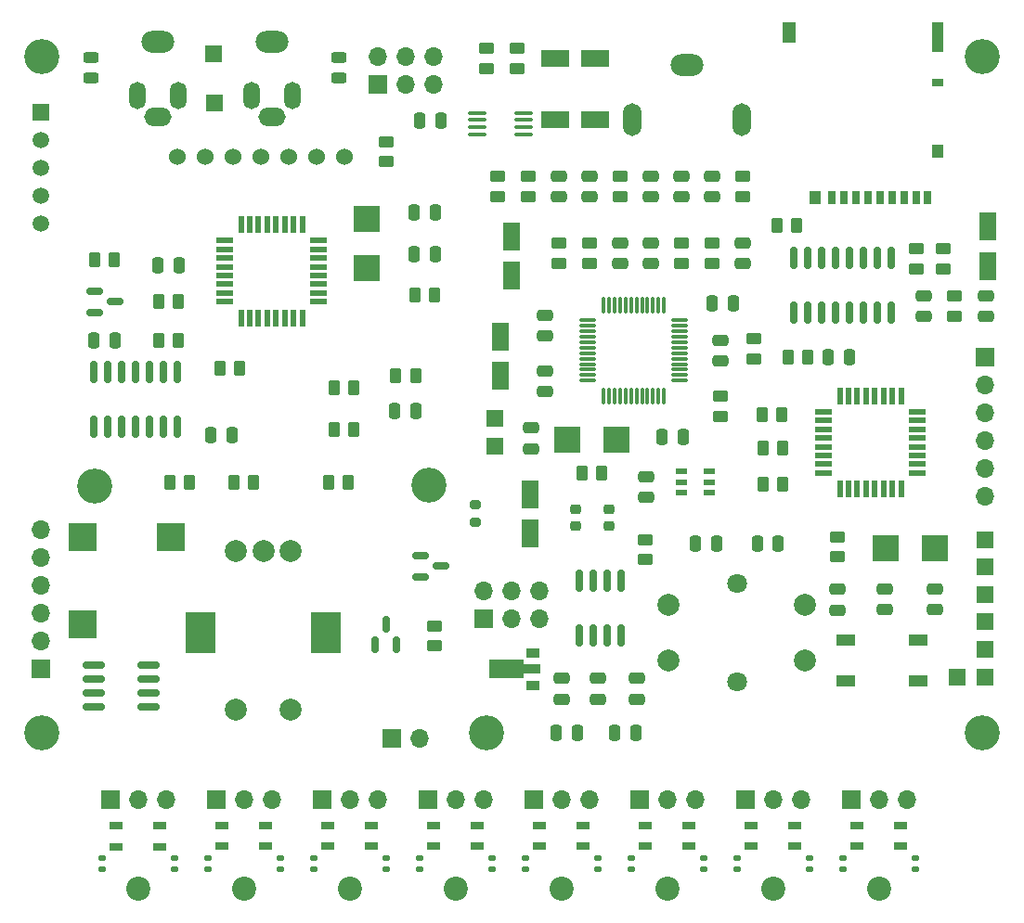
<source format=gts>
G04 #@! TF.GenerationSoftware,KiCad,Pcbnew,7.0.9-39-g1740aeca5e*
G04 #@! TF.CreationDate,2023-11-27T00:53:47+01:00*
G04 #@! TF.ProjectId,Synkino,53796e6b-696e-46f2-9e6b-696361645f70,rev?*
G04 #@! TF.SameCoordinates,Original*
G04 #@! TF.FileFunction,Soldermask,Top*
G04 #@! TF.FilePolarity,Negative*
%FSLAX46Y46*%
G04 Gerber Fmt 4.6, Leading zero omitted, Abs format (unit mm)*
G04 Created by KiCad (PCBNEW 7.0.9-39-g1740aeca5e) date 2023-11-27 00:53:47*
%MOMM*%
%LPD*%
G01*
G04 APERTURE LIST*
G04 Aperture macros list*
%AMRoundRect*
0 Rectangle with rounded corners*
0 $1 Rounding radius*
0 $2 $3 $4 $5 $6 $7 $8 $9 X,Y pos of 4 corners*
0 Add a 4 corners polygon primitive as box body*
4,1,4,$2,$3,$4,$5,$6,$7,$8,$9,$2,$3,0*
0 Add four circle primitives for the rounded corners*
1,1,$1+$1,$2,$3*
1,1,$1+$1,$4,$5*
1,1,$1+$1,$6,$7*
1,1,$1+$1,$8,$9*
0 Add four rect primitives between the rounded corners*
20,1,$1+$1,$2,$3,$4,$5,0*
20,1,$1+$1,$4,$5,$6,$7,0*
20,1,$1+$1,$6,$7,$8,$9,0*
20,1,$1+$1,$8,$9,$2,$3,0*%
%AMFreePoly0*
4,1,9,3.862500,-0.866500,0.737500,-0.866500,0.737500,-0.450000,-0.737500,-0.450000,-0.737500,0.450000,0.737500,0.450000,0.737500,0.866500,3.862500,0.866500,3.862500,-0.866500,3.862500,-0.866500,$1*%
G04 Aperture macros list end*
%ADD10RoundRect,0.250000X0.250000X0.475000X-0.250000X0.475000X-0.250000X-0.475000X0.250000X-0.475000X0*%
%ADD11RoundRect,0.250000X-0.250000X-0.475000X0.250000X-0.475000X0.250000X0.475000X-0.250000X0.475000X0*%
%ADD12RoundRect,0.250000X-0.475000X0.250000X-0.475000X-0.250000X0.475000X-0.250000X0.475000X0.250000X0*%
%ADD13RoundRect,0.250000X0.550000X-1.050000X0.550000X1.050000X-0.550000X1.050000X-0.550000X-1.050000X0*%
%ADD14RoundRect,0.225000X-0.250000X0.225000X-0.250000X-0.225000X0.250000X-0.225000X0.250000X0.225000X0*%
%ADD15RoundRect,0.250000X0.475000X-0.250000X0.475000X0.250000X-0.475000X0.250000X-0.475000X-0.250000X0*%
%ADD16RoundRect,0.250000X-1.050000X-0.550000X1.050000X-0.550000X1.050000X0.550000X-1.050000X0.550000X0*%
%ADD17RoundRect,0.243750X-0.456250X0.243750X-0.456250X-0.243750X0.456250X-0.243750X0.456250X0.243750X0*%
%ADD18O,3.000000X2.000000*%
%ADD19O,1.700000X3.000000*%
%ADD20R,0.700000X1.200000*%
%ADD21R,1.000000X1.200000*%
%ADD22R,1.000000X0.800000*%
%ADD23R,1.000000X2.800000*%
%ADD24R,1.300000X1.900000*%
%ADD25RoundRect,0.150000X0.150000X-0.825000X0.150000X0.825000X-0.150000X0.825000X-0.150000X-0.825000X0*%
%ADD26RoundRect,0.150000X-0.587500X-0.150000X0.587500X-0.150000X0.587500X0.150000X-0.587500X0.150000X0*%
%ADD27RoundRect,0.250000X0.450000X-0.262500X0.450000X0.262500X-0.450000X0.262500X-0.450000X-0.262500X0*%
%ADD28RoundRect,0.250000X0.262500X0.450000X-0.262500X0.450000X-0.262500X-0.450000X0.262500X-0.450000X0*%
%ADD29RoundRect,0.250000X-0.262500X-0.450000X0.262500X-0.450000X0.262500X0.450000X-0.262500X0.450000X0*%
%ADD30RoundRect,0.250000X-0.450000X0.262500X-0.450000X-0.262500X0.450000X-0.262500X0.450000X0.262500X0*%
%ADD31RoundRect,0.200000X0.275000X-0.200000X0.275000X0.200000X-0.275000X0.200000X-0.275000X-0.200000X0*%
%ADD32RoundRect,0.135000X0.185000X-0.135000X0.185000X0.135000X-0.185000X0.135000X-0.185000X-0.135000X0*%
%ADD33C,1.800000*%
%ADD34C,2.000000*%
%ADD35R,2.700000X3.700000*%
%ADD36R,1.700000X1.000000*%
%ADD37R,1.300000X0.900000*%
%ADD38FreePoly0,180.000000*%
%ADD39R,1.600000X0.550000*%
%ADD40R,0.550000X1.600000*%
%ADD41RoundRect,0.150000X-0.150000X0.825000X-0.150000X-0.825000X0.150000X-0.825000X0.150000X0.825000X0*%
%ADD42C,1.524000*%
%ADD43R,1.100000X0.600000*%
%ADD44RoundRect,0.075000X-0.662500X-0.075000X0.662500X-0.075000X0.662500X0.075000X-0.662500X0.075000X0*%
%ADD45RoundRect,0.075000X-0.075000X-0.662500X0.075000X-0.662500X0.075000X0.662500X-0.075000X0.662500X0*%
%ADD46RoundRect,0.100000X-0.712500X-0.100000X0.712500X-0.100000X0.712500X0.100000X-0.712500X0.100000X0*%
%ADD47R,1.200000X0.700000*%
%ADD48R,1.700000X1.700000*%
%ADD49O,1.700000X1.700000*%
%ADD50R,2.400000X2.400000*%
%ADD51R,1.500000X1.500000*%
%ADD52C,1.500000*%
%ADD53O,1.500000X2.500000*%
%ADD54O,2.500000X1.700000*%
%ADD55RoundRect,0.150000X0.150000X-0.587500X0.150000X0.587500X-0.150000X0.587500X-0.150000X-0.587500X0*%
%ADD56R,2.500000X2.500000*%
%ADD57RoundRect,0.150000X-0.825000X-0.150000X0.825000X-0.150000X0.825000X0.150000X-0.825000X0.150000X0*%
%ADD58C,2.200000*%
%ADD59C,3.200000*%
G04 APERTURE END LIST*
D10*
X82992000Y-60960000D03*
X81092000Y-60960000D03*
D11*
X117414000Y-103632000D03*
X119314000Y-103632000D03*
D10*
X137622000Y-86360000D03*
X135722000Y-86360000D03*
X106868000Y-47752000D03*
X104968000Y-47752000D03*
X104577000Y-74243000D03*
X102677000Y-74243000D03*
D12*
X124714000Y-98618000D03*
X124714000Y-100518000D03*
D10*
X106360000Y-59944000D03*
X104460000Y-59944000D03*
X106340000Y-56134000D03*
X104440000Y-56134000D03*
X132014000Y-86360000D03*
X130114000Y-86360000D03*
X124648000Y-103632000D03*
X122748000Y-103632000D03*
D12*
X117856000Y-98618000D03*
X117856000Y-100518000D03*
X125603000Y-80203000D03*
X125603000Y-82103000D03*
D13*
X156718000Y-60982000D03*
X156718000Y-57382000D03*
D14*
X119126000Y-83172000D03*
X119126000Y-84722000D03*
D12*
X150876000Y-63693000D03*
X150876000Y-65593000D03*
X121158000Y-98618000D03*
X121158000Y-100518000D03*
X125984000Y-52771000D03*
X125984000Y-54671000D03*
D14*
X122174000Y-83172000D03*
X122174000Y-84722000D03*
D12*
X128778000Y-52771000D03*
X128778000Y-54671000D03*
X156591000Y-63693000D03*
X156591000Y-65593000D03*
X120396000Y-52771000D03*
X120396000Y-54671000D03*
D15*
X115062000Y-77658000D03*
X115062000Y-75758000D03*
D13*
X113284000Y-61871000D03*
X113284000Y-58271000D03*
D15*
X117602000Y-54671000D03*
X117602000Y-52771000D03*
X131572000Y-54671000D03*
X131572000Y-52771000D03*
D12*
X125984000Y-58867000D03*
X125984000Y-60767000D03*
D11*
X131638000Y-64389000D03*
X133538000Y-64389000D03*
D10*
X87818000Y-76454000D03*
X85918000Y-76454000D03*
D12*
X134366000Y-58867000D03*
X134366000Y-60767000D03*
D10*
X77150000Y-67818000D03*
X75250000Y-67818000D03*
D13*
X112268000Y-71015000D03*
X112268000Y-67415000D03*
D15*
X116332000Y-67371000D03*
X116332000Y-65471000D03*
D10*
X128966000Y-76581000D03*
X127066000Y-76581000D03*
D15*
X132334000Y-69657000D03*
X132334000Y-67757000D03*
D16*
X117326000Y-42037000D03*
X120926000Y-42037000D03*
X117326000Y-47625000D03*
X120926000Y-47625000D03*
D15*
X116332000Y-72451000D03*
X116332000Y-70551000D03*
X123190000Y-60767000D03*
X123190000Y-58867000D03*
D10*
X144124000Y-69342000D03*
X142224000Y-69342000D03*
D13*
X115024000Y-85425000D03*
X115024000Y-81825000D03*
D15*
X147380000Y-92355000D03*
X147380000Y-90455000D03*
X151952000Y-92375000D03*
X151952000Y-90475000D03*
D12*
X143002000Y-90490000D03*
X143002000Y-92390000D03*
D17*
X97536000Y-41988500D03*
X97536000Y-43863500D03*
D18*
X129286000Y-42625000D03*
D19*
X124286000Y-47625000D03*
X134286000Y-47625000D03*
D20*
X142563000Y-54794000D03*
X143663000Y-54794000D03*
X144763000Y-54794000D03*
X145863000Y-54794000D03*
X146963000Y-54794000D03*
X148063000Y-54794000D03*
X149163000Y-54794000D03*
X150263000Y-54794000D03*
X151213000Y-54794000D03*
D21*
X152163000Y-50494000D03*
D22*
X152163000Y-44294000D03*
D23*
X152163000Y-40144000D03*
D24*
X138663000Y-39694000D03*
D21*
X141013000Y-54794000D03*
D25*
X119507000Y-94677000D03*
X120777000Y-94677000D03*
X122047000Y-94677000D03*
X123317000Y-94677000D03*
X123317000Y-89727000D03*
X122047000Y-89727000D03*
X120777000Y-89727000D03*
X119507000Y-89727000D03*
D26*
X75262500Y-63312000D03*
X75262500Y-65212000D03*
X77137500Y-64262000D03*
D27*
X152654000Y-61237500D03*
X152654000Y-59412500D03*
D28*
X104564500Y-70993000D03*
X102739500Y-70993000D03*
D27*
X153670000Y-65555500D03*
X153670000Y-63730500D03*
D28*
X140358500Y-69342000D03*
X138533500Y-69342000D03*
X139342500Y-57277000D03*
X137517500Y-57277000D03*
D29*
X97131500Y-75946000D03*
X98956500Y-75946000D03*
D30*
X143002000Y-85701500D03*
X143002000Y-87526500D03*
D28*
X83970500Y-80772000D03*
X82145500Y-80772000D03*
D31*
X109982000Y-84391000D03*
X109982000Y-82741000D03*
D30*
X125476000Y-85955500D03*
X125476000Y-87780500D03*
D29*
X96623500Y-80772000D03*
X98448500Y-80772000D03*
D27*
X101854000Y-51458500D03*
X101854000Y-49633500D03*
D30*
X150241000Y-59412500D03*
X150241000Y-61237500D03*
X123190000Y-52808500D03*
X123190000Y-54633500D03*
D28*
X121562500Y-79883000D03*
X119737500Y-79883000D03*
D30*
X128778000Y-58904500D03*
X128778000Y-60729500D03*
X120396000Y-58904500D03*
X120396000Y-60729500D03*
D29*
X75287500Y-60452000D03*
X77112500Y-60452000D03*
D30*
X132334000Y-72874500D03*
X132334000Y-74699500D03*
D27*
X117602000Y-60729500D03*
X117602000Y-58904500D03*
X131572000Y-60729500D03*
X131572000Y-58904500D03*
D28*
X82954500Y-64262000D03*
X81129500Y-64262000D03*
D30*
X114808000Y-52808500D03*
X114808000Y-54633500D03*
X112014000Y-52808500D03*
X112014000Y-54633500D03*
D28*
X82954500Y-67818000D03*
X81129500Y-67818000D03*
D30*
X134366000Y-52808500D03*
X134366000Y-54633500D03*
X135382000Y-67620500D03*
X135382000Y-69445500D03*
D27*
X113792000Y-42949500D03*
X113792000Y-41124500D03*
X110998000Y-42949500D03*
X110998000Y-41124500D03*
D29*
X97131500Y-72136000D03*
X98956500Y-72136000D03*
D32*
X75946000Y-116080000D03*
X75946000Y-115060000D03*
X85598000Y-116080000D03*
X85598000Y-115060000D03*
X95250000Y-116080000D03*
X95250000Y-115060000D03*
X101854000Y-116080000D03*
X101854000Y-115060000D03*
D29*
X136167500Y-74549000D03*
X137992500Y-74549000D03*
X136247500Y-77597000D03*
X138072500Y-77597000D03*
X136247500Y-80899000D03*
X138072500Y-80899000D03*
D33*
X133858000Y-98988000D03*
X133858000Y-89988000D03*
D34*
X140108000Y-97028000D03*
X127608000Y-97028000D03*
X140108000Y-91948000D03*
X127608000Y-91948000D03*
X93178000Y-101488000D03*
X88178000Y-101488000D03*
X93178000Y-86988000D03*
X88178000Y-86988000D03*
X90678000Y-86988000D03*
D35*
X96378000Y-94488000D03*
X84978000Y-94488000D03*
D36*
X150366000Y-98878000D03*
X143766000Y-98878000D03*
X150366000Y-95178000D03*
X143766000Y-95178000D03*
D37*
X115234000Y-99290000D03*
D38*
X115146500Y-97790000D03*
D37*
X115234000Y-96290000D03*
D39*
X95690000Y-64268000D03*
X95690000Y-63468000D03*
X95690000Y-62668000D03*
X95690000Y-61868000D03*
X95690000Y-61068000D03*
X95690000Y-60268000D03*
X95690000Y-59468000D03*
X95690000Y-58668000D03*
D40*
X94240000Y-57218000D03*
X93440000Y-57218000D03*
X92640000Y-57218000D03*
X91840000Y-57218000D03*
X91040000Y-57218000D03*
X90240000Y-57218000D03*
X89440000Y-57218000D03*
X88640000Y-57218000D03*
D39*
X87190000Y-58668000D03*
X87190000Y-59468000D03*
X87190000Y-60268000D03*
X87190000Y-61068000D03*
X87190000Y-61868000D03*
X87190000Y-62668000D03*
X87190000Y-63468000D03*
X87190000Y-64268000D03*
D40*
X88640000Y-65718000D03*
X89440000Y-65718000D03*
X90240000Y-65718000D03*
X91040000Y-65718000D03*
X91840000Y-65718000D03*
X92640000Y-65718000D03*
X93440000Y-65718000D03*
X94240000Y-65718000D03*
D41*
X147955000Y-60263000D03*
X146685000Y-60263000D03*
X145415000Y-60263000D03*
X144145000Y-60263000D03*
X142875000Y-60263000D03*
X141605000Y-60263000D03*
X140335000Y-60263000D03*
X139065000Y-60263000D03*
X139065000Y-65213000D03*
X140335000Y-65213000D03*
X141605000Y-65213000D03*
X142875000Y-65213000D03*
X144145000Y-65213000D03*
X145415000Y-65213000D03*
X146685000Y-65213000D03*
X147955000Y-65213000D03*
D42*
X82804000Y-51054000D03*
X85344000Y-51054000D03*
X87884000Y-51054000D03*
X90424000Y-51054000D03*
X92964000Y-51054000D03*
X95504000Y-51054000D03*
X98044000Y-51054000D03*
D43*
X131378000Y-81661000D03*
X131378000Y-80711000D03*
X131378000Y-79761000D03*
X128778000Y-79761000D03*
X128778000Y-80711000D03*
X128778000Y-81661000D03*
D41*
X82804000Y-70677000D03*
X81534000Y-70677000D03*
X80264000Y-70677000D03*
X78994000Y-70677000D03*
X77724000Y-70677000D03*
X76454000Y-70677000D03*
X75184000Y-70677000D03*
X75184000Y-75627000D03*
X76454000Y-75627000D03*
X77724000Y-75627000D03*
X78994000Y-75627000D03*
X80264000Y-75627000D03*
X81534000Y-75627000D03*
X82804000Y-75627000D03*
D44*
X120297500Y-65957000D03*
X120297500Y-66457000D03*
X120297500Y-66957000D03*
X120297500Y-67457000D03*
X120297500Y-67957000D03*
X120297500Y-68457000D03*
X120297500Y-68957000D03*
X120297500Y-69457000D03*
X120297500Y-69957000D03*
X120297500Y-70457000D03*
X120297500Y-70957000D03*
X120297500Y-71457000D03*
D45*
X121710000Y-72869500D03*
X122210000Y-72869500D03*
X122710000Y-72869500D03*
X123210000Y-72869500D03*
X123710000Y-72869500D03*
X124210000Y-72869500D03*
X124710000Y-72869500D03*
X125210000Y-72869500D03*
X125710000Y-72869500D03*
X126210000Y-72869500D03*
X126710000Y-72869500D03*
X127210000Y-72869500D03*
D44*
X128622500Y-71457000D03*
X128622500Y-70957000D03*
X128622500Y-70457000D03*
X128622500Y-69957000D03*
X128622500Y-69457000D03*
X128622500Y-68957000D03*
X128622500Y-68457000D03*
X128622500Y-67957000D03*
X128622500Y-67457000D03*
X128622500Y-66957000D03*
X128622500Y-66457000D03*
X128622500Y-65957000D03*
D45*
X127210000Y-64544500D03*
X126710000Y-64544500D03*
X126210000Y-64544500D03*
X125710000Y-64544500D03*
X125210000Y-64544500D03*
X124710000Y-64544500D03*
X124210000Y-64544500D03*
X123710000Y-64544500D03*
X123210000Y-64544500D03*
X122710000Y-64544500D03*
X122210000Y-64544500D03*
X121710000Y-64544500D03*
D46*
X110155500Y-47031000D03*
X110155500Y-47681000D03*
X110155500Y-48331000D03*
X110155500Y-48981000D03*
X114380500Y-48981000D03*
X114380500Y-48331000D03*
X114380500Y-47681000D03*
X114380500Y-47031000D03*
D47*
X77248000Y-113979200D03*
X81248000Y-113979200D03*
X81248000Y-112055400D03*
X77248000Y-112055400D03*
D40*
X143250000Y-81339000D03*
X144050000Y-81339000D03*
X144850000Y-81339000D03*
X145650000Y-81339000D03*
X146450000Y-81339000D03*
X147250000Y-81339000D03*
X148050000Y-81339000D03*
X148850000Y-81339000D03*
D39*
X150300000Y-79889000D03*
X150300000Y-79089000D03*
X150300000Y-78289000D03*
X150300000Y-77489000D03*
X150300000Y-76689000D03*
X150300000Y-75889000D03*
X150300000Y-75089000D03*
X150300000Y-74289000D03*
D40*
X148850000Y-72839000D03*
X148050000Y-72839000D03*
X147250000Y-72839000D03*
X146450000Y-72839000D03*
X145650000Y-72839000D03*
X144850000Y-72839000D03*
X144050000Y-72839000D03*
X143250000Y-72839000D03*
D39*
X141800000Y-74289000D03*
X141800000Y-75089000D03*
X141800000Y-75889000D03*
X141800000Y-76689000D03*
X141800000Y-77489000D03*
X141800000Y-78289000D03*
X141800000Y-79089000D03*
X141800000Y-79889000D03*
D47*
X96520000Y-113963200D03*
X100520000Y-113963200D03*
X100520000Y-112039400D03*
X96520000Y-112039400D03*
D48*
X70358000Y-97790000D03*
D49*
X70358000Y-95250000D03*
X70358000Y-92710000D03*
X70358000Y-90170000D03*
X70358000Y-87630000D03*
X70358000Y-85090000D03*
D48*
X101092000Y-44450000D03*
D49*
X101092000Y-41910000D03*
X103632000Y-44450000D03*
X103632000Y-41910000D03*
X106172000Y-44450000D03*
X106172000Y-41910000D03*
D48*
X156524000Y-69325000D03*
D49*
X156524000Y-71865000D03*
X156524000Y-74405000D03*
X156524000Y-76945000D03*
X156524000Y-79485000D03*
X156524000Y-82025000D03*
D50*
X100076000Y-61178000D03*
X100076000Y-56678000D03*
X122900000Y-76835000D03*
X118400000Y-76835000D03*
X147392000Y-86741000D03*
X151892000Y-86741000D03*
D51*
X156524000Y-85983000D03*
X156524000Y-88483000D03*
X156524000Y-90983000D03*
X156524000Y-93483000D03*
X156524000Y-95983000D03*
X156524000Y-98483000D03*
D52*
X70358000Y-49530000D03*
X70358000Y-52070000D03*
X70358000Y-54610000D03*
X70358000Y-57150000D03*
D48*
X110744000Y-93218000D03*
D49*
X110744000Y-90678000D03*
X113284000Y-93218000D03*
X113284000Y-90678000D03*
X115824000Y-93218000D03*
X115824000Y-90678000D03*
D48*
X76708000Y-109728000D03*
D49*
X79248000Y-109728000D03*
X81788000Y-109728000D03*
D48*
X86360000Y-109728000D03*
D49*
X88900000Y-109728000D03*
X91440000Y-109728000D03*
D48*
X96012000Y-109728000D03*
D49*
X98552000Y-109728000D03*
X101092000Y-109728000D03*
D48*
X105664000Y-109728000D03*
D49*
X108204000Y-109728000D03*
X110744000Y-109728000D03*
D48*
X115316000Y-109728000D03*
D49*
X117856000Y-109728000D03*
X120396000Y-109728000D03*
D48*
X124968000Y-109728000D03*
D49*
X127508000Y-109728000D03*
X130048000Y-109728000D03*
D48*
X134620000Y-109728000D03*
D49*
X137160000Y-109728000D03*
X139700000Y-109728000D03*
D48*
X144272000Y-109728000D03*
D49*
X146812000Y-109728000D03*
X149352000Y-109728000D03*
D32*
X82550000Y-116080000D03*
X82550000Y-115060000D03*
X92202000Y-116080000D03*
X92202000Y-115060000D03*
X104902000Y-116080000D03*
X104902000Y-115060000D03*
X111506000Y-116080000D03*
X111506000Y-115060000D03*
X114554000Y-116080000D03*
X114554000Y-115060000D03*
X124206000Y-116080000D03*
X124206000Y-115060000D03*
X121158000Y-116080000D03*
X121158000Y-115060000D03*
X130810000Y-116080000D03*
X130810000Y-115060000D03*
X133858000Y-116080000D03*
X133858000Y-115060000D03*
X140462000Y-116080000D03*
X140462000Y-115060000D03*
X143510000Y-116080000D03*
X143510000Y-115060000D03*
X150114000Y-116080000D03*
X150114000Y-115060000D03*
D47*
X86868000Y-113963200D03*
X90868000Y-113963200D03*
X90868000Y-112039400D03*
X86868000Y-112039400D03*
X106172000Y-113963200D03*
X110172000Y-113963200D03*
X110172000Y-112039400D03*
X106172000Y-112039400D03*
X115824000Y-113963200D03*
X119824000Y-113963200D03*
X119824000Y-112039400D03*
X115824000Y-112039400D03*
X125508000Y-113963200D03*
X129508000Y-113963200D03*
X129508000Y-112039400D03*
X125508000Y-112039400D03*
X135128000Y-113963200D03*
X139128000Y-113963200D03*
X139128000Y-112039400D03*
X135128000Y-112039400D03*
X144780000Y-113963200D03*
X148780000Y-113963200D03*
X148780000Y-112039400D03*
X144780000Y-112039400D03*
D17*
X74930000Y-41988500D03*
X74930000Y-43863500D03*
D18*
X91440000Y-40526000D03*
D53*
X93290000Y-45426000D03*
X89590000Y-45426000D03*
D54*
X91440000Y-47426000D03*
D29*
X86717500Y-70358000D03*
X88542500Y-70358000D03*
D18*
X81026000Y-40526000D03*
D53*
X82876000Y-45426000D03*
X79176000Y-45426000D03*
D54*
X81026000Y-47426000D03*
D51*
X70358000Y-46990000D03*
X111760000Y-77470000D03*
X111760000Y-74930000D03*
X153924000Y-98552000D03*
D55*
X100904000Y-95552500D03*
X102804000Y-95552500D03*
X101854000Y-93677500D03*
D27*
X106299000Y-95654500D03*
X106299000Y-93829500D03*
D56*
X74232000Y-93662000D03*
X82232000Y-85762000D03*
X74232000Y-85762000D03*
D29*
X87987500Y-80772000D03*
X89812500Y-80772000D03*
D57*
X75249000Y-97409000D03*
X75249000Y-98679000D03*
X75249000Y-99949000D03*
X75249000Y-101219000D03*
X80199000Y-101219000D03*
X80199000Y-99949000D03*
X80199000Y-98679000D03*
X80199000Y-97409000D03*
D51*
X86106000Y-41656000D03*
D28*
X106322500Y-63627000D03*
X104497500Y-63627000D03*
D51*
X86233000Y-46101000D03*
D58*
X146812000Y-117856000D03*
X137160000Y-117856000D03*
X108204000Y-117856000D03*
D59*
X156210000Y-103632000D03*
D58*
X127508000Y-117856000D03*
D59*
X156210000Y-41910000D03*
D26*
X104980500Y-87442000D03*
X104980500Y-89342000D03*
X106855500Y-88392000D03*
D59*
X105791000Y-81010000D03*
X75311000Y-81073500D03*
X110998000Y-103632000D03*
D58*
X98552000Y-117856000D03*
D59*
X70485000Y-103632000D03*
D58*
X117856000Y-117856000D03*
X88900000Y-117856000D03*
D59*
X70485000Y-41910000D03*
D58*
X79248000Y-117856000D03*
D48*
X102357000Y-104140000D03*
D49*
X104897000Y-104140000D03*
M02*

</source>
